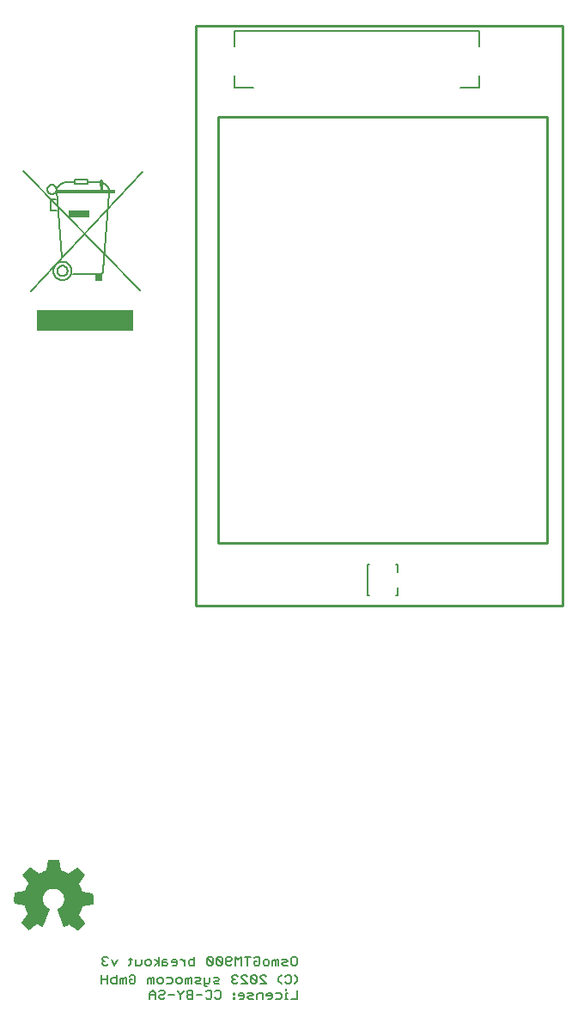
<source format=gbo>
G75*
%MOIN*%
%OFA0B0*%
%FSLAX25Y25*%
%IPPOS*%
%LPD*%
%AMOC8*
5,1,8,0,0,1.08239X$1,22.5*
%
%ADD10C,0.00600*%
%ADD11C,0.01000*%
%ADD12C,0.00500*%
%ADD13C,0.00787*%
%ADD14R,0.23130X0.01673*%
%ADD15R,0.07972X0.02756*%
%ADD16R,0.02756X0.02657*%
%ADD17R,0.37795X0.07874*%
%ADD18C,0.00200*%
D10*
X0053616Y0018637D02*
X0053616Y0021976D01*
X0053616Y0020307D02*
X0055842Y0020307D01*
X0057241Y0020307D02*
X0057241Y0019193D01*
X0057797Y0018637D01*
X0059467Y0018637D01*
X0059467Y0021976D01*
X0059467Y0020863D02*
X0057797Y0020863D01*
X0057241Y0020307D01*
X0055842Y0021976D02*
X0055842Y0018637D01*
X0060866Y0018637D02*
X0060866Y0020307D01*
X0061423Y0020863D01*
X0061979Y0020307D01*
X0061979Y0018637D01*
X0063092Y0018637D02*
X0063092Y0020863D01*
X0062536Y0020863D01*
X0061979Y0020307D01*
X0064491Y0020307D02*
X0064491Y0019193D01*
X0065048Y0018637D01*
X0066161Y0018637D01*
X0066718Y0019193D01*
X0066718Y0021420D01*
X0066161Y0021976D01*
X0065048Y0021976D01*
X0064491Y0021420D01*
X0064491Y0020307D02*
X0065604Y0020307D01*
X0064396Y0025731D02*
X0064953Y0026288D01*
X0064953Y0028514D01*
X0065509Y0027958D02*
X0064396Y0027958D01*
X0066908Y0027958D02*
X0066908Y0025731D01*
X0068578Y0025731D01*
X0069134Y0026288D01*
X0069134Y0027958D01*
X0070533Y0027401D02*
X0071090Y0027958D01*
X0072203Y0027958D01*
X0072759Y0027401D01*
X0072759Y0026288D01*
X0072203Y0025731D01*
X0071090Y0025731D01*
X0070533Y0026288D01*
X0070533Y0027401D01*
X0074110Y0027958D02*
X0075780Y0026844D01*
X0074110Y0025731D01*
X0075780Y0025731D02*
X0075780Y0029071D01*
X0077179Y0027401D02*
X0077736Y0027958D01*
X0078849Y0027958D01*
X0078849Y0026844D02*
X0077179Y0026844D01*
X0077179Y0027401D02*
X0077179Y0025731D01*
X0078849Y0025731D01*
X0079406Y0026288D01*
X0078849Y0026844D01*
X0080804Y0026844D02*
X0083031Y0026844D01*
X0083031Y0026288D02*
X0083031Y0027401D01*
X0082474Y0027958D01*
X0081361Y0027958D01*
X0080804Y0027401D01*
X0080804Y0026844D01*
X0081361Y0025731D02*
X0082474Y0025731D01*
X0083031Y0026288D01*
X0084382Y0027958D02*
X0084938Y0027958D01*
X0086052Y0026844D01*
X0086052Y0025731D02*
X0086052Y0027958D01*
X0087450Y0027401D02*
X0088007Y0027958D01*
X0089677Y0027958D01*
X0089677Y0029071D02*
X0089677Y0025731D01*
X0088007Y0025731D01*
X0087450Y0026288D01*
X0087450Y0027401D01*
X0087912Y0020863D02*
X0087355Y0020307D01*
X0086798Y0020863D01*
X0086242Y0020307D01*
X0086242Y0018637D01*
X0087355Y0018637D02*
X0087355Y0020307D01*
X0087912Y0020863D02*
X0088468Y0020863D01*
X0088468Y0018637D01*
X0089867Y0019193D02*
X0090424Y0019750D01*
X0091537Y0019750D01*
X0092094Y0020307D01*
X0091537Y0020863D01*
X0089867Y0020863D01*
X0089867Y0019193D02*
X0090424Y0018637D01*
X0092094Y0018637D01*
X0093492Y0018637D02*
X0095162Y0018637D01*
X0095719Y0019193D01*
X0095719Y0020863D01*
X0097117Y0020863D02*
X0098787Y0020863D01*
X0099344Y0020307D01*
X0098787Y0019750D01*
X0097674Y0019750D01*
X0097117Y0019193D01*
X0097674Y0018637D01*
X0099344Y0018637D01*
X0099391Y0016071D02*
X0099948Y0015514D01*
X0099948Y0013288D01*
X0099391Y0012731D01*
X0098278Y0012731D01*
X0097721Y0013288D01*
X0096323Y0013288D02*
X0095766Y0012731D01*
X0094653Y0012731D01*
X0094096Y0013288D01*
X0092698Y0014401D02*
X0090471Y0014401D01*
X0089073Y0014401D02*
X0087403Y0014401D01*
X0086846Y0013844D01*
X0086846Y0013288D01*
X0087403Y0012731D01*
X0089073Y0012731D01*
X0089073Y0016071D01*
X0087403Y0016071D01*
X0086846Y0015514D01*
X0086846Y0014958D01*
X0087403Y0014401D01*
X0085447Y0015514D02*
X0085447Y0016071D01*
X0085447Y0015514D02*
X0084334Y0014401D01*
X0084334Y0012731D01*
X0084334Y0014401D02*
X0083221Y0015514D01*
X0083221Y0016071D01*
X0081822Y0014401D02*
X0079596Y0014401D01*
X0078197Y0014958D02*
X0077641Y0014401D01*
X0076527Y0014401D01*
X0075971Y0013844D01*
X0075971Y0013288D01*
X0076527Y0012731D01*
X0077641Y0012731D01*
X0078197Y0013288D01*
X0078197Y0014958D02*
X0078197Y0015514D01*
X0077641Y0016071D01*
X0076527Y0016071D01*
X0075971Y0015514D01*
X0074572Y0014958D02*
X0073459Y0016071D01*
X0072345Y0014958D01*
X0072345Y0012731D01*
X0072345Y0014401D02*
X0074572Y0014401D01*
X0074572Y0014958D02*
X0074572Y0012731D01*
X0073968Y0018637D02*
X0073968Y0020863D01*
X0073411Y0020863D01*
X0072855Y0020307D01*
X0072298Y0020863D01*
X0071741Y0020307D01*
X0071741Y0018637D01*
X0072855Y0018637D02*
X0072855Y0020307D01*
X0075366Y0020307D02*
X0075366Y0019193D01*
X0075923Y0018637D01*
X0077036Y0018637D01*
X0077593Y0019193D01*
X0077593Y0020307D01*
X0077036Y0020863D01*
X0075923Y0020863D01*
X0075366Y0020307D01*
X0078992Y0020863D02*
X0080661Y0020863D01*
X0081218Y0020307D01*
X0081218Y0019193D01*
X0080661Y0018637D01*
X0078992Y0018637D01*
X0082617Y0019193D02*
X0082617Y0020307D01*
X0083173Y0020863D01*
X0084287Y0020863D01*
X0084843Y0020307D01*
X0084843Y0019193D01*
X0084287Y0018637D01*
X0083173Y0018637D01*
X0082617Y0019193D01*
X0093492Y0018080D02*
X0094049Y0017523D01*
X0094605Y0017523D01*
X0093492Y0018080D02*
X0093492Y0020863D01*
X0094653Y0016071D02*
X0095766Y0016071D01*
X0096323Y0015514D01*
X0096323Y0013288D01*
X0097721Y0015514D02*
X0098278Y0016071D01*
X0099391Y0016071D01*
X0104368Y0019193D02*
X0104924Y0018637D01*
X0106037Y0018637D01*
X0106594Y0019193D01*
X0107993Y0018637D02*
X0110219Y0018637D01*
X0107993Y0020863D01*
X0107993Y0021420D01*
X0108549Y0021976D01*
X0109663Y0021976D01*
X0110219Y0021420D01*
X0111618Y0021420D02*
X0111618Y0019193D01*
X0112174Y0018637D01*
X0113288Y0018637D01*
X0113844Y0019193D01*
X0111618Y0021420D01*
X0112174Y0021976D01*
X0113288Y0021976D01*
X0113844Y0021420D01*
X0113844Y0019193D01*
X0115243Y0018637D02*
X0117469Y0018637D01*
X0115243Y0020863D01*
X0115243Y0021420D01*
X0115800Y0021976D01*
X0116913Y0021976D01*
X0117469Y0021420D01*
X0117008Y0025731D02*
X0116451Y0026288D01*
X0116451Y0027401D01*
X0117008Y0027958D01*
X0118121Y0027958D01*
X0118678Y0027401D01*
X0118678Y0026288D01*
X0118121Y0025731D01*
X0117008Y0025731D01*
X0115053Y0026288D02*
X0115053Y0028514D01*
X0114496Y0029071D01*
X0113383Y0029071D01*
X0112826Y0028514D01*
X0112826Y0027401D02*
X0113939Y0027401D01*
X0112826Y0027401D02*
X0112826Y0026288D01*
X0113383Y0025731D01*
X0114496Y0025731D01*
X0115053Y0026288D01*
X0111428Y0029071D02*
X0109201Y0029071D01*
X0110314Y0029071D02*
X0110314Y0025731D01*
X0107802Y0025731D02*
X0107802Y0029071D01*
X0106689Y0027958D01*
X0105576Y0029071D01*
X0105576Y0025731D01*
X0104177Y0026288D02*
X0103621Y0025731D01*
X0102507Y0025731D01*
X0101951Y0026288D01*
X0101951Y0028514D01*
X0102507Y0029071D01*
X0103621Y0029071D01*
X0104177Y0028514D01*
X0104177Y0027958D01*
X0103621Y0027401D01*
X0101951Y0027401D01*
X0100552Y0026288D02*
X0100552Y0028514D01*
X0099996Y0029071D01*
X0098882Y0029071D01*
X0098326Y0028514D01*
X0100552Y0026288D01*
X0099996Y0025731D01*
X0098882Y0025731D01*
X0098326Y0026288D01*
X0098326Y0028514D01*
X0096927Y0028514D02*
X0096370Y0029071D01*
X0095257Y0029071D01*
X0094700Y0028514D01*
X0096927Y0026288D01*
X0096370Y0025731D01*
X0095257Y0025731D01*
X0094700Y0026288D01*
X0094700Y0028514D01*
X0096927Y0028514D02*
X0096927Y0026288D01*
X0104368Y0021420D02*
X0104368Y0020863D01*
X0104924Y0020307D01*
X0104368Y0019750D01*
X0104368Y0019193D01*
X0104924Y0020307D02*
X0105481Y0020307D01*
X0106594Y0021420D02*
X0106037Y0021976D01*
X0104924Y0021976D01*
X0104368Y0021420D01*
X0104829Y0014958D02*
X0104829Y0014401D01*
X0105386Y0014401D01*
X0105386Y0014958D01*
X0104829Y0014958D01*
X0104829Y0013288D02*
X0104829Y0012731D01*
X0105386Y0012731D01*
X0105386Y0013288D01*
X0104829Y0013288D01*
X0106784Y0013844D02*
X0109011Y0013844D01*
X0109011Y0013288D02*
X0109011Y0014401D01*
X0108454Y0014958D01*
X0107341Y0014958D01*
X0106784Y0014401D01*
X0106784Y0013844D01*
X0107341Y0012731D02*
X0108454Y0012731D01*
X0109011Y0013288D01*
X0110409Y0013288D02*
X0110966Y0013844D01*
X0112079Y0013844D01*
X0112636Y0014401D01*
X0112079Y0014958D01*
X0110409Y0014958D01*
X0110409Y0013288D02*
X0110966Y0012731D01*
X0112636Y0012731D01*
X0114035Y0012731D02*
X0114035Y0014401D01*
X0114591Y0014958D01*
X0116261Y0014958D01*
X0116261Y0012731D01*
X0117660Y0013844D02*
X0119886Y0013844D01*
X0119886Y0013288D02*
X0119886Y0014401D01*
X0119330Y0014958D01*
X0118216Y0014958D01*
X0117660Y0014401D01*
X0117660Y0013844D01*
X0118216Y0012731D02*
X0119330Y0012731D01*
X0119886Y0013288D01*
X0121285Y0012731D02*
X0122955Y0012731D01*
X0123511Y0013288D01*
X0123511Y0014401D01*
X0122955Y0014958D01*
X0121285Y0014958D01*
X0125371Y0014958D02*
X0125371Y0012731D01*
X0124815Y0012731D02*
X0125928Y0012731D01*
X0127327Y0012731D02*
X0129553Y0012731D01*
X0129553Y0016071D01*
X0128440Y0018637D02*
X0129553Y0019750D01*
X0129553Y0020863D01*
X0128440Y0021976D01*
X0127137Y0021420D02*
X0127137Y0019193D01*
X0126580Y0018637D01*
X0125467Y0018637D01*
X0124910Y0019193D01*
X0123511Y0018637D02*
X0122398Y0019750D01*
X0122398Y0020863D01*
X0123511Y0021976D01*
X0124910Y0021420D02*
X0125467Y0021976D01*
X0126580Y0021976D01*
X0127137Y0021420D01*
X0127883Y0025731D02*
X0127327Y0026288D01*
X0127327Y0028514D01*
X0127883Y0029071D01*
X0128997Y0029071D01*
X0129553Y0028514D01*
X0129553Y0026288D01*
X0128997Y0025731D01*
X0127883Y0025731D01*
X0125928Y0025731D02*
X0124258Y0025731D01*
X0123702Y0026288D01*
X0124258Y0026844D01*
X0125371Y0026844D01*
X0125928Y0027401D01*
X0125371Y0027958D01*
X0123702Y0027958D01*
X0122303Y0027958D02*
X0122303Y0025731D01*
X0121190Y0025731D02*
X0121190Y0027401D01*
X0120633Y0027958D01*
X0120076Y0027401D01*
X0120076Y0025731D01*
X0121190Y0027401D02*
X0121746Y0027958D01*
X0122303Y0027958D01*
X0125371Y0016628D02*
X0125371Y0016071D01*
X0125371Y0014958D02*
X0125928Y0014958D01*
X0094653Y0016071D02*
X0094096Y0015514D01*
X0059803Y0027958D02*
X0058690Y0025731D01*
X0057577Y0027958D01*
X0056178Y0028514D02*
X0055621Y0029071D01*
X0054508Y0029071D01*
X0053952Y0028514D01*
X0053952Y0027958D01*
X0054508Y0027401D01*
X0053952Y0026844D01*
X0053952Y0026288D01*
X0054508Y0025731D01*
X0055621Y0025731D01*
X0056178Y0026288D01*
X0055065Y0027401D02*
X0054508Y0027401D01*
X0105343Y0366291D02*
X0105343Y0370891D01*
X0105343Y0366291D02*
X0112443Y0366291D01*
X0105343Y0382291D02*
X0105343Y0388291D01*
X0200143Y0388291D01*
X0200143Y0382291D01*
X0200143Y0370891D02*
X0200143Y0366291D01*
X0193043Y0366291D01*
D11*
X0226493Y0354858D02*
X0226493Y0189504D01*
X0098885Y0189504D01*
X0098885Y0354858D01*
X0226493Y0354858D01*
X0232743Y0390291D02*
X0232743Y0165291D01*
X0090243Y0165291D01*
X0090243Y0390291D01*
X0232743Y0390291D01*
D12*
X0168649Y0181197D02*
X0168649Y0178441D01*
X0168649Y0181197D02*
X0167861Y0181197D01*
X0168649Y0172142D02*
X0168649Y0169386D01*
X0167861Y0169386D01*
X0157625Y0169386D02*
X0156838Y0169386D01*
X0156838Y0181197D01*
X0157625Y0181197D01*
D13*
X0068428Y0287673D02*
X0023152Y0334130D01*
X0032601Y0326846D02*
X0032603Y0326930D01*
X0032609Y0327013D01*
X0032619Y0327096D01*
X0032633Y0327179D01*
X0032650Y0327261D01*
X0032672Y0327342D01*
X0032697Y0327421D01*
X0032726Y0327500D01*
X0032759Y0327577D01*
X0032795Y0327652D01*
X0032835Y0327726D01*
X0032878Y0327798D01*
X0032925Y0327867D01*
X0032975Y0327934D01*
X0033028Y0327999D01*
X0033084Y0328061D01*
X0033142Y0328121D01*
X0033204Y0328178D01*
X0033268Y0328231D01*
X0033335Y0328282D01*
X0033404Y0328329D01*
X0033475Y0328374D01*
X0033548Y0328414D01*
X0033623Y0328451D01*
X0033700Y0328485D01*
X0033778Y0328515D01*
X0033857Y0328541D01*
X0033938Y0328564D01*
X0034020Y0328582D01*
X0034102Y0328597D01*
X0034185Y0328608D01*
X0034268Y0328615D01*
X0034352Y0328618D01*
X0034436Y0328617D01*
X0034519Y0328612D01*
X0034603Y0328603D01*
X0034685Y0328590D01*
X0034767Y0328574D01*
X0034848Y0328553D01*
X0034929Y0328529D01*
X0035007Y0328501D01*
X0035085Y0328469D01*
X0035161Y0328433D01*
X0035235Y0328394D01*
X0035307Y0328352D01*
X0035377Y0328306D01*
X0035445Y0328257D01*
X0035510Y0328205D01*
X0035573Y0328150D01*
X0035633Y0328092D01*
X0035691Y0328031D01*
X0035745Y0327967D01*
X0035797Y0327901D01*
X0035845Y0327833D01*
X0035890Y0327762D01*
X0035931Y0327689D01*
X0035970Y0327615D01*
X0036004Y0327539D01*
X0036035Y0327461D01*
X0036062Y0327382D01*
X0036086Y0327301D01*
X0036105Y0327220D01*
X0036121Y0327138D01*
X0036133Y0327055D01*
X0036141Y0326971D01*
X0036145Y0326888D01*
X0036145Y0326804D01*
X0036141Y0326721D01*
X0036133Y0326637D01*
X0036121Y0326554D01*
X0036105Y0326472D01*
X0036086Y0326391D01*
X0036062Y0326310D01*
X0036035Y0326231D01*
X0036004Y0326153D01*
X0035970Y0326077D01*
X0035931Y0326003D01*
X0035890Y0325930D01*
X0035845Y0325859D01*
X0035797Y0325791D01*
X0035745Y0325725D01*
X0035691Y0325661D01*
X0035633Y0325600D01*
X0035573Y0325542D01*
X0035510Y0325487D01*
X0035445Y0325435D01*
X0035377Y0325386D01*
X0035307Y0325340D01*
X0035235Y0325298D01*
X0035161Y0325259D01*
X0035085Y0325223D01*
X0035007Y0325191D01*
X0034929Y0325163D01*
X0034848Y0325139D01*
X0034767Y0325118D01*
X0034685Y0325102D01*
X0034603Y0325089D01*
X0034519Y0325080D01*
X0034436Y0325075D01*
X0034352Y0325074D01*
X0034268Y0325077D01*
X0034185Y0325084D01*
X0034102Y0325095D01*
X0034020Y0325110D01*
X0033938Y0325128D01*
X0033857Y0325151D01*
X0033778Y0325177D01*
X0033700Y0325207D01*
X0033623Y0325241D01*
X0033548Y0325278D01*
X0033475Y0325318D01*
X0033404Y0325363D01*
X0033335Y0325410D01*
X0033268Y0325461D01*
X0033204Y0325514D01*
X0033142Y0325571D01*
X0033084Y0325631D01*
X0033028Y0325693D01*
X0032975Y0325758D01*
X0032925Y0325825D01*
X0032878Y0325894D01*
X0032835Y0325966D01*
X0032795Y0326040D01*
X0032759Y0326115D01*
X0032726Y0326192D01*
X0032697Y0326271D01*
X0032672Y0326350D01*
X0032650Y0326431D01*
X0032633Y0326513D01*
X0032619Y0326596D01*
X0032609Y0326679D01*
X0032603Y0326762D01*
X0032601Y0326846D01*
X0033782Y0322811D02*
X0036046Y0322811D01*
X0033782Y0322811D02*
X0033782Y0318776D01*
X0036243Y0318776D01*
X0036538Y0327831D02*
X0036610Y0327928D01*
X0036684Y0328024D01*
X0036761Y0328117D01*
X0036841Y0328207D01*
X0036924Y0328296D01*
X0037010Y0328381D01*
X0037098Y0328464D01*
X0037188Y0328545D01*
X0037281Y0328622D01*
X0037376Y0328697D01*
X0037474Y0328768D01*
X0037573Y0328837D01*
X0037675Y0328902D01*
X0037779Y0328965D01*
X0037884Y0329024D01*
X0037991Y0329080D01*
X0038100Y0329133D01*
X0038211Y0329182D01*
X0038323Y0329228D01*
X0038436Y0329271D01*
X0038551Y0329310D01*
X0038666Y0329345D01*
X0038783Y0329377D01*
X0038900Y0329405D01*
X0036538Y0327831D02*
X0036488Y0327756D01*
X0036440Y0327679D01*
X0036396Y0327600D01*
X0036356Y0327520D01*
X0036318Y0327438D01*
X0036284Y0327354D01*
X0036254Y0327269D01*
X0036227Y0327183D01*
X0036204Y0327096D01*
X0036185Y0327008D01*
X0036169Y0326919D01*
X0036157Y0326830D01*
X0036149Y0326740D01*
X0036145Y0326650D01*
X0038113Y0300272D01*
X0036538Y0295252D02*
X0036540Y0295340D01*
X0036546Y0295428D01*
X0036556Y0295516D01*
X0036570Y0295604D01*
X0036587Y0295690D01*
X0036609Y0295776D01*
X0036634Y0295860D01*
X0036664Y0295944D01*
X0036696Y0296026D01*
X0036733Y0296106D01*
X0036773Y0296185D01*
X0036817Y0296262D01*
X0036864Y0296337D01*
X0036914Y0296409D01*
X0036968Y0296480D01*
X0037024Y0296547D01*
X0037084Y0296613D01*
X0037146Y0296675D01*
X0037212Y0296735D01*
X0037279Y0296791D01*
X0037350Y0296845D01*
X0037422Y0296895D01*
X0037497Y0296942D01*
X0037574Y0296986D01*
X0037653Y0297026D01*
X0037733Y0297063D01*
X0037815Y0297095D01*
X0037899Y0297125D01*
X0037983Y0297150D01*
X0038069Y0297172D01*
X0038155Y0297189D01*
X0038243Y0297203D01*
X0038331Y0297213D01*
X0038419Y0297219D01*
X0038507Y0297221D01*
X0038595Y0297219D01*
X0038683Y0297213D01*
X0038771Y0297203D01*
X0038859Y0297189D01*
X0038945Y0297172D01*
X0039031Y0297150D01*
X0039115Y0297125D01*
X0039199Y0297095D01*
X0039281Y0297063D01*
X0039361Y0297026D01*
X0039440Y0296986D01*
X0039517Y0296942D01*
X0039592Y0296895D01*
X0039664Y0296845D01*
X0039735Y0296791D01*
X0039802Y0296735D01*
X0039868Y0296675D01*
X0039930Y0296613D01*
X0039990Y0296547D01*
X0040046Y0296480D01*
X0040100Y0296409D01*
X0040150Y0296337D01*
X0040197Y0296262D01*
X0040241Y0296185D01*
X0040281Y0296106D01*
X0040318Y0296026D01*
X0040350Y0295944D01*
X0040380Y0295860D01*
X0040405Y0295776D01*
X0040427Y0295690D01*
X0040444Y0295604D01*
X0040458Y0295516D01*
X0040468Y0295428D01*
X0040474Y0295340D01*
X0040476Y0295252D01*
X0040474Y0295164D01*
X0040468Y0295076D01*
X0040458Y0294988D01*
X0040444Y0294900D01*
X0040427Y0294814D01*
X0040405Y0294728D01*
X0040380Y0294644D01*
X0040350Y0294560D01*
X0040318Y0294478D01*
X0040281Y0294398D01*
X0040241Y0294319D01*
X0040197Y0294242D01*
X0040150Y0294167D01*
X0040100Y0294095D01*
X0040046Y0294024D01*
X0039990Y0293957D01*
X0039930Y0293891D01*
X0039868Y0293829D01*
X0039802Y0293769D01*
X0039735Y0293713D01*
X0039664Y0293659D01*
X0039592Y0293609D01*
X0039517Y0293562D01*
X0039440Y0293518D01*
X0039361Y0293478D01*
X0039281Y0293441D01*
X0039199Y0293409D01*
X0039115Y0293379D01*
X0039031Y0293354D01*
X0038945Y0293332D01*
X0038859Y0293315D01*
X0038771Y0293301D01*
X0038683Y0293291D01*
X0038595Y0293285D01*
X0038507Y0293283D01*
X0038419Y0293285D01*
X0038331Y0293291D01*
X0038243Y0293301D01*
X0038155Y0293315D01*
X0038069Y0293332D01*
X0037983Y0293354D01*
X0037899Y0293379D01*
X0037815Y0293409D01*
X0037733Y0293441D01*
X0037653Y0293478D01*
X0037574Y0293518D01*
X0037497Y0293562D01*
X0037422Y0293609D01*
X0037350Y0293659D01*
X0037279Y0293713D01*
X0037212Y0293769D01*
X0037146Y0293829D01*
X0037084Y0293891D01*
X0037024Y0293957D01*
X0036968Y0294024D01*
X0036914Y0294095D01*
X0036864Y0294167D01*
X0036817Y0294242D01*
X0036773Y0294319D01*
X0036733Y0294398D01*
X0036696Y0294478D01*
X0036664Y0294560D01*
X0036634Y0294644D01*
X0036609Y0294728D01*
X0036587Y0294814D01*
X0036570Y0294900D01*
X0036556Y0294988D01*
X0036546Y0295076D01*
X0036540Y0295164D01*
X0036538Y0295252D01*
X0034959Y0295252D02*
X0034961Y0295371D01*
X0034967Y0295489D01*
X0034977Y0295607D01*
X0034991Y0295725D01*
X0035008Y0295842D01*
X0035030Y0295959D01*
X0035056Y0296074D01*
X0035085Y0296189D01*
X0035118Y0296303D01*
X0035155Y0296416D01*
X0035196Y0296527D01*
X0035241Y0296637D01*
X0035289Y0296745D01*
X0035340Y0296852D01*
X0035396Y0296957D01*
X0035454Y0297060D01*
X0035516Y0297161D01*
X0035582Y0297260D01*
X0035651Y0297357D01*
X0035723Y0297451D01*
X0035798Y0297543D01*
X0035876Y0297632D01*
X0035957Y0297719D01*
X0036040Y0297802D01*
X0036127Y0297883D01*
X0036216Y0297961D01*
X0036308Y0298036D01*
X0036402Y0298108D01*
X0036499Y0298177D01*
X0036598Y0298243D01*
X0036699Y0298305D01*
X0036802Y0298363D01*
X0036907Y0298419D01*
X0037014Y0298470D01*
X0037122Y0298518D01*
X0037232Y0298563D01*
X0037343Y0298604D01*
X0037456Y0298641D01*
X0037570Y0298674D01*
X0037685Y0298703D01*
X0037800Y0298729D01*
X0037917Y0298751D01*
X0038034Y0298768D01*
X0038152Y0298782D01*
X0038270Y0298792D01*
X0038388Y0298798D01*
X0038507Y0298800D01*
X0038626Y0298798D01*
X0038744Y0298792D01*
X0038862Y0298782D01*
X0038980Y0298768D01*
X0039097Y0298751D01*
X0039214Y0298729D01*
X0039329Y0298703D01*
X0039444Y0298674D01*
X0039558Y0298641D01*
X0039671Y0298604D01*
X0039782Y0298563D01*
X0039892Y0298518D01*
X0040000Y0298470D01*
X0040107Y0298419D01*
X0040212Y0298363D01*
X0040315Y0298305D01*
X0040416Y0298243D01*
X0040515Y0298177D01*
X0040612Y0298108D01*
X0040706Y0298036D01*
X0040798Y0297961D01*
X0040887Y0297883D01*
X0040974Y0297802D01*
X0041057Y0297719D01*
X0041138Y0297632D01*
X0041216Y0297543D01*
X0041291Y0297451D01*
X0041363Y0297357D01*
X0041432Y0297260D01*
X0041498Y0297161D01*
X0041560Y0297060D01*
X0041618Y0296957D01*
X0041674Y0296852D01*
X0041725Y0296745D01*
X0041773Y0296637D01*
X0041818Y0296527D01*
X0041859Y0296416D01*
X0041896Y0296303D01*
X0041929Y0296189D01*
X0041958Y0296074D01*
X0041984Y0295959D01*
X0042006Y0295842D01*
X0042023Y0295725D01*
X0042037Y0295607D01*
X0042047Y0295489D01*
X0042053Y0295371D01*
X0042055Y0295252D01*
X0042053Y0295133D01*
X0042047Y0295015D01*
X0042037Y0294897D01*
X0042023Y0294779D01*
X0042006Y0294662D01*
X0041984Y0294545D01*
X0041958Y0294430D01*
X0041929Y0294315D01*
X0041896Y0294201D01*
X0041859Y0294088D01*
X0041818Y0293977D01*
X0041773Y0293867D01*
X0041725Y0293759D01*
X0041674Y0293652D01*
X0041618Y0293547D01*
X0041560Y0293444D01*
X0041498Y0293343D01*
X0041432Y0293244D01*
X0041363Y0293147D01*
X0041291Y0293053D01*
X0041216Y0292961D01*
X0041138Y0292872D01*
X0041057Y0292785D01*
X0040974Y0292702D01*
X0040887Y0292621D01*
X0040798Y0292543D01*
X0040706Y0292468D01*
X0040612Y0292396D01*
X0040515Y0292327D01*
X0040416Y0292261D01*
X0040315Y0292199D01*
X0040212Y0292141D01*
X0040107Y0292085D01*
X0040000Y0292034D01*
X0039892Y0291986D01*
X0039782Y0291941D01*
X0039671Y0291900D01*
X0039558Y0291863D01*
X0039444Y0291830D01*
X0039329Y0291801D01*
X0039214Y0291775D01*
X0039097Y0291753D01*
X0038980Y0291736D01*
X0038862Y0291722D01*
X0038744Y0291712D01*
X0038626Y0291706D01*
X0038507Y0291704D01*
X0038388Y0291706D01*
X0038270Y0291712D01*
X0038152Y0291722D01*
X0038034Y0291736D01*
X0037917Y0291753D01*
X0037800Y0291775D01*
X0037685Y0291801D01*
X0037570Y0291830D01*
X0037456Y0291863D01*
X0037343Y0291900D01*
X0037232Y0291941D01*
X0037122Y0291986D01*
X0037014Y0292034D01*
X0036907Y0292085D01*
X0036802Y0292141D01*
X0036699Y0292199D01*
X0036598Y0292261D01*
X0036499Y0292327D01*
X0036402Y0292396D01*
X0036308Y0292468D01*
X0036216Y0292543D01*
X0036127Y0292621D01*
X0036040Y0292702D01*
X0035957Y0292785D01*
X0035876Y0292872D01*
X0035798Y0292961D01*
X0035723Y0293053D01*
X0035651Y0293147D01*
X0035582Y0293244D01*
X0035516Y0293343D01*
X0035454Y0293444D01*
X0035396Y0293547D01*
X0035340Y0293652D01*
X0035289Y0293759D01*
X0035241Y0293867D01*
X0035196Y0293977D01*
X0035155Y0294088D01*
X0035118Y0294201D01*
X0035085Y0294315D01*
X0035056Y0294430D01*
X0035030Y0294545D01*
X0035008Y0294662D01*
X0034991Y0294779D01*
X0034977Y0294897D01*
X0034967Y0295015D01*
X0034961Y0295133D01*
X0034959Y0295252D01*
X0042444Y0293972D02*
X0053074Y0293972D01*
X0053074Y0293973D02*
X0053140Y0293975D01*
X0053206Y0293980D01*
X0053272Y0293990D01*
X0053337Y0294003D01*
X0053401Y0294019D01*
X0053464Y0294039D01*
X0053526Y0294063D01*
X0053586Y0294090D01*
X0053645Y0294120D01*
X0053702Y0294154D01*
X0053757Y0294191D01*
X0053810Y0294231D01*
X0053861Y0294273D01*
X0053909Y0294319D01*
X0053955Y0294367D01*
X0053997Y0294418D01*
X0054037Y0294471D01*
X0054074Y0294526D01*
X0054108Y0294583D01*
X0054138Y0294642D01*
X0054165Y0294702D01*
X0054189Y0294764D01*
X0054209Y0294827D01*
X0054225Y0294891D01*
X0054238Y0294956D01*
X0054248Y0295022D01*
X0054253Y0295088D01*
X0054255Y0295154D01*
X0056617Y0325469D01*
X0056617Y0326256D01*
X0053861Y0326256D02*
X0054058Y0329799D01*
X0054060Y0329838D01*
X0054058Y0329878D01*
X0054053Y0329916D01*
X0054044Y0329954D01*
X0054031Y0329991D01*
X0054015Y0330027D01*
X0053995Y0330061D01*
X0053972Y0330092D01*
X0053946Y0330121D01*
X0053917Y0330148D01*
X0053885Y0330171D01*
X0053852Y0330192D01*
X0053817Y0330208D01*
X0053780Y0330222D01*
X0053742Y0330231D01*
X0053703Y0330237D01*
X0053664Y0330239D01*
X0053625Y0330237D01*
X0053586Y0330231D01*
X0053548Y0330222D01*
X0053511Y0330208D01*
X0053476Y0330192D01*
X0053443Y0330171D01*
X0053411Y0330148D01*
X0053382Y0330121D01*
X0053356Y0330092D01*
X0053333Y0330061D01*
X0053313Y0330027D01*
X0053297Y0329991D01*
X0053284Y0329954D01*
X0053275Y0329916D01*
X0053270Y0329878D01*
X0053268Y0329838D01*
X0053270Y0329799D01*
X0053271Y0329799D02*
X0053467Y0326256D01*
X0053861Y0326256D01*
X0056617Y0326256D02*
X0056615Y0326361D01*
X0056609Y0326466D01*
X0056600Y0326571D01*
X0056587Y0326676D01*
X0056570Y0326780D01*
X0056550Y0326883D01*
X0056525Y0326986D01*
X0056498Y0327087D01*
X0056466Y0327188D01*
X0056431Y0327287D01*
X0056393Y0327385D01*
X0056351Y0327482D01*
X0056305Y0327577D01*
X0056256Y0327670D01*
X0056204Y0327762D01*
X0056149Y0327851D01*
X0056091Y0327939D01*
X0056029Y0328024D01*
X0055965Y0328107D01*
X0055897Y0328188D01*
X0055827Y0328267D01*
X0055754Y0328342D01*
X0055678Y0328416D01*
X0055600Y0328486D01*
X0055519Y0328554D01*
X0055436Y0328618D01*
X0055435Y0328618D02*
X0055333Y0328692D01*
X0055229Y0328763D01*
X0055122Y0328830D01*
X0055014Y0328895D01*
X0054903Y0328956D01*
X0054791Y0329013D01*
X0054677Y0329067D01*
X0054562Y0329118D01*
X0054444Y0329164D01*
X0054326Y0329208D01*
X0054206Y0329247D01*
X0054085Y0329283D01*
X0053963Y0329315D01*
X0053840Y0329343D01*
X0053716Y0329368D01*
X0053592Y0329388D01*
X0053467Y0329405D01*
X0048349Y0329012D02*
X0048349Y0329799D01*
X0048349Y0330587D01*
X0043231Y0330587D01*
X0043231Y0329012D01*
X0048349Y0329012D01*
X0042838Y0329799D02*
X0042444Y0329799D01*
X0042087Y0329795D01*
X0041730Y0329783D01*
X0041373Y0329763D01*
X0041017Y0329736D01*
X0040661Y0329700D01*
X0040307Y0329657D01*
X0039953Y0329606D01*
X0039601Y0329547D01*
X0039250Y0329480D01*
X0038901Y0329405D01*
X0069609Y0333736D02*
X0026302Y0287280D01*
X0048349Y0329799D02*
X0049632Y0329740D01*
X0050912Y0329654D01*
X0052191Y0329543D01*
X0053468Y0329405D01*
D14*
X0047611Y0326010D03*
D15*
X0044954Y0317201D03*
D16*
X0052483Y0292644D03*
D17*
X0047168Y0275862D03*
D18*
X0024493Y0040441D02*
X0025193Y0039741D01*
X0028493Y0042141D01*
X0029193Y0041741D01*
X0029893Y0041341D01*
X0030593Y0040941D01*
X0033193Y0047641D01*
X0032488Y0047999D01*
X0031862Y0048483D01*
X0031338Y0049075D01*
X0030934Y0049755D01*
X0030665Y0050499D01*
X0030540Y0051280D01*
X0030564Y0052071D01*
X0030735Y0052843D01*
X0031049Y0053569D01*
X0031493Y0054223D01*
X0032051Y0054783D01*
X0032705Y0055228D01*
X0033431Y0055543D01*
X0034202Y0055716D01*
X0034993Y0055741D01*
X0035770Y0055679D01*
X0036523Y0055474D01*
X0037224Y0055133D01*
X0037849Y0054667D01*
X0038377Y0054093D01*
X0038789Y0053431D01*
X0039071Y0052704D01*
X0039213Y0051937D01*
X0039210Y0051158D01*
X0039062Y0050392D01*
X0038775Y0049667D01*
X0038358Y0049008D01*
X0037825Y0048439D01*
X0037197Y0047978D01*
X0036493Y0047641D01*
X0038893Y0040841D01*
X0039493Y0041141D01*
X0040193Y0041441D01*
X0040893Y0041841D01*
X0044293Y0039541D01*
X0044893Y0040041D01*
X0045593Y0040741D01*
X0046293Y0041441D01*
X0046893Y0042141D01*
X0044493Y0045341D01*
X0044893Y0046141D01*
X0045293Y0047041D01*
X0045693Y0048041D01*
X0045893Y0049041D01*
X0050093Y0049741D01*
X0050093Y0052341D01*
X0049993Y0053541D01*
X0045993Y0054141D01*
X0045693Y0054941D01*
X0045393Y0055741D01*
X0044993Y0056641D01*
X0044493Y0057541D01*
X0046793Y0060941D01*
X0046193Y0061641D01*
X0045493Y0062341D01*
X0044793Y0063041D01*
X0044093Y0063641D01*
X0040693Y0061241D01*
X0039493Y0061841D01*
X0038693Y0062241D01*
X0037593Y0062541D01*
X0036793Y0066641D01*
X0032993Y0066641D01*
X0032393Y0062541D01*
X0031693Y0062341D01*
X0030993Y0062141D01*
X0030193Y0061741D01*
X0029293Y0061341D01*
X0025893Y0063741D01*
X0025093Y0063041D01*
X0024293Y0062341D01*
X0023593Y0061641D01*
X0022993Y0060941D01*
X0025493Y0057741D01*
X0024993Y0056941D01*
X0024593Y0056241D01*
X0024393Y0055641D01*
X0023993Y0054541D01*
X0019893Y0053841D01*
X0019793Y0052841D01*
X0019693Y0052041D01*
X0019693Y0051141D01*
X0019793Y0050041D01*
X0023793Y0049341D01*
X0023993Y0048641D01*
X0024293Y0047741D01*
X0024593Y0046841D01*
X0025093Y0046041D01*
X0022693Y0042441D01*
X0023293Y0041741D01*
X0023893Y0041041D01*
X0024493Y0040441D01*
X0024441Y0040494D02*
X0026228Y0040494D01*
X0026501Y0040692D02*
X0024242Y0040692D01*
X0024044Y0040891D02*
X0026774Y0040891D01*
X0027047Y0041089D02*
X0023852Y0041089D01*
X0023682Y0041288D02*
X0027319Y0041288D01*
X0027592Y0041486D02*
X0023512Y0041486D01*
X0023341Y0041685D02*
X0027865Y0041685D01*
X0028138Y0041883D02*
X0023171Y0041883D01*
X0023001Y0042082D02*
X0028411Y0042082D01*
X0028597Y0042082D02*
X0031036Y0042082D01*
X0031113Y0042280D02*
X0022831Y0042280D01*
X0022718Y0042479D02*
X0031190Y0042479D01*
X0031267Y0042677D02*
X0022850Y0042677D01*
X0022983Y0042876D02*
X0031344Y0042876D01*
X0031421Y0043074D02*
X0023115Y0043074D01*
X0023247Y0043273D02*
X0031498Y0043273D01*
X0031575Y0043471D02*
X0023380Y0043471D01*
X0023512Y0043670D02*
X0031652Y0043670D01*
X0031729Y0043868D02*
X0023644Y0043868D01*
X0023777Y0044067D02*
X0031806Y0044067D01*
X0031883Y0044266D02*
X0023909Y0044266D01*
X0024041Y0044464D02*
X0031960Y0044464D01*
X0032037Y0044663D02*
X0024174Y0044663D01*
X0024306Y0044861D02*
X0032114Y0044861D01*
X0032191Y0045060D02*
X0024439Y0045060D01*
X0024571Y0045258D02*
X0032268Y0045258D01*
X0032345Y0045457D02*
X0024703Y0045457D01*
X0024836Y0045655D02*
X0032422Y0045655D01*
X0032499Y0045854D02*
X0024968Y0045854D01*
X0025086Y0046052D02*
X0032576Y0046052D01*
X0032653Y0046251D02*
X0024962Y0046251D01*
X0024838Y0046449D02*
X0032730Y0046449D01*
X0032807Y0046648D02*
X0024714Y0046648D01*
X0024591Y0046846D02*
X0032884Y0046846D01*
X0032961Y0047045D02*
X0024525Y0047045D01*
X0024459Y0047243D02*
X0033039Y0047243D01*
X0033116Y0047442D02*
X0024393Y0047442D01*
X0024327Y0047640D02*
X0033193Y0047640D01*
X0032804Y0047839D02*
X0024261Y0047839D01*
X0024194Y0048037D02*
X0032438Y0048037D01*
X0032181Y0048236D02*
X0024128Y0048236D01*
X0024062Y0048434D02*
X0031924Y0048434D01*
X0031729Y0048633D02*
X0023996Y0048633D01*
X0023939Y0048831D02*
X0031553Y0048831D01*
X0031378Y0049030D02*
X0023882Y0049030D01*
X0023825Y0049228D02*
X0031247Y0049228D01*
X0031129Y0049427D02*
X0023305Y0049427D01*
X0022170Y0049625D02*
X0031011Y0049625D01*
X0030909Y0049824D02*
X0021036Y0049824D01*
X0019902Y0050022D02*
X0030837Y0050022D01*
X0030765Y0050221D02*
X0019777Y0050221D01*
X0019759Y0050419D02*
X0030694Y0050419D01*
X0030646Y0050618D02*
X0019741Y0050618D01*
X0019723Y0050816D02*
X0030614Y0050816D01*
X0030582Y0051015D02*
X0019705Y0051015D01*
X0019693Y0051213D02*
X0030551Y0051213D01*
X0030544Y0051412D02*
X0019693Y0051412D01*
X0019693Y0051610D02*
X0030550Y0051610D01*
X0030556Y0051809D02*
X0019693Y0051809D01*
X0019693Y0052007D02*
X0030562Y0052007D01*
X0030594Y0052206D02*
X0019714Y0052206D01*
X0019738Y0052404D02*
X0030638Y0052404D01*
X0030682Y0052603D02*
X0019763Y0052603D01*
X0019788Y0052801D02*
X0030726Y0052801D01*
X0030803Y0053000D02*
X0019809Y0053000D01*
X0019829Y0053199D02*
X0030889Y0053199D01*
X0030974Y0053397D02*
X0019849Y0053397D01*
X0019868Y0053596D02*
X0031067Y0053596D01*
X0031201Y0053794D02*
X0019888Y0053794D01*
X0020779Y0053993D02*
X0031336Y0053993D01*
X0031471Y0054191D02*
X0021941Y0054191D01*
X0023104Y0054390D02*
X0031658Y0054390D01*
X0031856Y0054588D02*
X0024010Y0054588D01*
X0024082Y0054787D02*
X0032056Y0054787D01*
X0032348Y0054985D02*
X0024154Y0054985D01*
X0024227Y0055184D02*
X0032639Y0055184D01*
X0033060Y0055382D02*
X0024299Y0055382D01*
X0024371Y0055581D02*
X0033598Y0055581D01*
X0036132Y0055581D02*
X0045453Y0055581D01*
X0045528Y0055382D02*
X0036711Y0055382D01*
X0037119Y0055184D02*
X0045602Y0055184D01*
X0045677Y0054985D02*
X0037422Y0054985D01*
X0037688Y0054787D02*
X0045751Y0054787D01*
X0045826Y0054588D02*
X0037921Y0054588D01*
X0038104Y0054390D02*
X0045900Y0054390D01*
X0045974Y0054191D02*
X0038287Y0054191D01*
X0038439Y0053993D02*
X0046985Y0053993D01*
X0048308Y0053794D02*
X0038563Y0053794D01*
X0038687Y0053596D02*
X0049632Y0053596D01*
X0050005Y0053397D02*
X0038802Y0053397D01*
X0038879Y0053199D02*
X0050022Y0053199D01*
X0050038Y0053000D02*
X0038956Y0053000D01*
X0039033Y0052801D02*
X0050055Y0052801D01*
X0050071Y0052603D02*
X0039090Y0052603D01*
X0039126Y0052404D02*
X0050088Y0052404D01*
X0050093Y0052206D02*
X0039163Y0052206D01*
X0039200Y0052007D02*
X0050093Y0052007D01*
X0050093Y0051809D02*
X0039212Y0051809D01*
X0039212Y0051610D02*
X0050093Y0051610D01*
X0050093Y0051412D02*
X0039211Y0051412D01*
X0039210Y0051213D02*
X0050093Y0051213D01*
X0050093Y0051015D02*
X0039182Y0051015D01*
X0039144Y0050816D02*
X0050093Y0050816D01*
X0050093Y0050618D02*
X0039106Y0050618D01*
X0039068Y0050419D02*
X0050093Y0050419D01*
X0050093Y0050221D02*
X0038994Y0050221D01*
X0038916Y0050022D02*
X0050093Y0050022D01*
X0050093Y0049824D02*
X0038837Y0049824D01*
X0038748Y0049625D02*
X0049397Y0049625D01*
X0048206Y0049427D02*
X0038623Y0049427D01*
X0038497Y0049228D02*
X0047015Y0049228D01*
X0045891Y0049030D02*
X0038371Y0049030D01*
X0038192Y0048831D02*
X0045851Y0048831D01*
X0045811Y0048633D02*
X0038007Y0048633D01*
X0037820Y0048434D02*
X0045772Y0048434D01*
X0045732Y0048236D02*
X0037549Y0048236D01*
X0037278Y0048037D02*
X0045691Y0048037D01*
X0045612Y0047839D02*
X0036906Y0047839D01*
X0036493Y0047640D02*
X0045533Y0047640D01*
X0045453Y0047442D02*
X0036564Y0047442D01*
X0036634Y0047243D02*
X0045374Y0047243D01*
X0045294Y0047045D02*
X0036704Y0047045D01*
X0036774Y0046846D02*
X0045206Y0046846D01*
X0045118Y0046648D02*
X0036844Y0046648D01*
X0036914Y0046449D02*
X0045030Y0046449D01*
X0044942Y0046251D02*
X0036984Y0046251D01*
X0037054Y0046052D02*
X0044848Y0046052D01*
X0044749Y0045854D02*
X0037124Y0045854D01*
X0037194Y0045655D02*
X0044650Y0045655D01*
X0044551Y0045457D02*
X0037264Y0045457D01*
X0037334Y0045258D02*
X0044555Y0045258D01*
X0044704Y0045060D02*
X0037404Y0045060D01*
X0037474Y0044861D02*
X0044853Y0044861D01*
X0045002Y0044663D02*
X0037544Y0044663D01*
X0037614Y0044464D02*
X0045151Y0044464D01*
X0045300Y0044266D02*
X0037685Y0044266D01*
X0037755Y0044067D02*
X0045449Y0044067D01*
X0045598Y0043868D02*
X0037825Y0043868D01*
X0037895Y0043670D02*
X0045747Y0043670D01*
X0045895Y0043471D02*
X0037965Y0043471D01*
X0038035Y0043273D02*
X0046044Y0043273D01*
X0046193Y0043074D02*
X0038105Y0043074D01*
X0038175Y0042876D02*
X0046342Y0042876D01*
X0046491Y0042677D02*
X0038245Y0042677D01*
X0038315Y0042479D02*
X0046640Y0042479D01*
X0046789Y0042280D02*
X0038385Y0042280D01*
X0038455Y0042082D02*
X0046842Y0042082D01*
X0046672Y0041883D02*
X0038525Y0041883D01*
X0038595Y0041685D02*
X0040619Y0041685D01*
X0040272Y0041486D02*
X0038665Y0041486D01*
X0038735Y0041288D02*
X0039835Y0041288D01*
X0039389Y0041089D02*
X0038806Y0041089D01*
X0038876Y0040891D02*
X0038992Y0040891D01*
X0041124Y0041685D02*
X0046502Y0041685D01*
X0046332Y0041486D02*
X0041418Y0041486D01*
X0041711Y0041288D02*
X0046140Y0041288D01*
X0045941Y0041089D02*
X0042005Y0041089D01*
X0042298Y0040891D02*
X0045743Y0040891D01*
X0045544Y0040692D02*
X0042592Y0040692D01*
X0042885Y0040494D02*
X0045345Y0040494D01*
X0045147Y0040295D02*
X0043179Y0040295D01*
X0043472Y0040097D02*
X0044948Y0040097D01*
X0044721Y0039898D02*
X0043765Y0039898D01*
X0044059Y0039700D02*
X0044483Y0039700D01*
X0030959Y0041883D02*
X0028944Y0041883D01*
X0029292Y0041685D02*
X0030882Y0041685D01*
X0030805Y0041486D02*
X0029639Y0041486D01*
X0029987Y0041288D02*
X0030727Y0041288D01*
X0030650Y0041089D02*
X0030334Y0041089D01*
X0025955Y0040295D02*
X0024639Y0040295D01*
X0024838Y0040097D02*
X0025682Y0040097D01*
X0025409Y0039898D02*
X0025036Y0039898D01*
X0024439Y0055779D02*
X0045376Y0055779D01*
X0045288Y0055978D02*
X0024505Y0055978D01*
X0024571Y0056176D02*
X0045200Y0056176D01*
X0045112Y0056375D02*
X0024669Y0056375D01*
X0024783Y0056573D02*
X0045023Y0056573D01*
X0044921Y0056772D02*
X0024896Y0056772D01*
X0025011Y0056970D02*
X0044810Y0056970D01*
X0044700Y0057169D02*
X0025135Y0057169D01*
X0025259Y0057367D02*
X0044590Y0057367D01*
X0044510Y0057566D02*
X0025383Y0057566D01*
X0025475Y0057764D02*
X0044644Y0057764D01*
X0044778Y0057963D02*
X0025320Y0057963D01*
X0025165Y0058161D02*
X0044912Y0058161D01*
X0045047Y0058360D02*
X0025010Y0058360D01*
X0024855Y0058558D02*
X0045181Y0058558D01*
X0045315Y0058757D02*
X0024700Y0058757D01*
X0024545Y0058955D02*
X0045450Y0058955D01*
X0045584Y0059154D02*
X0024390Y0059154D01*
X0024234Y0059352D02*
X0045718Y0059352D01*
X0045852Y0059551D02*
X0024079Y0059551D01*
X0023924Y0059749D02*
X0045987Y0059749D01*
X0046121Y0059948D02*
X0023769Y0059948D01*
X0023614Y0060146D02*
X0046255Y0060146D01*
X0046390Y0060345D02*
X0023459Y0060345D01*
X0023304Y0060543D02*
X0046524Y0060543D01*
X0046658Y0060742D02*
X0023149Y0060742D01*
X0022994Y0060940D02*
X0046792Y0060940D01*
X0046624Y0061139D02*
X0023162Y0061139D01*
X0023333Y0061337D02*
X0040501Y0061337D01*
X0040829Y0061337D02*
X0046453Y0061337D01*
X0046283Y0061536D02*
X0041110Y0061536D01*
X0041392Y0061734D02*
X0046100Y0061734D01*
X0045901Y0061933D02*
X0041673Y0061933D01*
X0041954Y0062132D02*
X0045703Y0062132D01*
X0045504Y0062330D02*
X0042235Y0062330D01*
X0042517Y0062529D02*
X0045306Y0062529D01*
X0045107Y0062727D02*
X0042798Y0062727D01*
X0043079Y0062926D02*
X0044909Y0062926D01*
X0044697Y0063124D02*
X0043360Y0063124D01*
X0043641Y0063323D02*
X0044465Y0063323D01*
X0044233Y0063521D02*
X0043923Y0063521D01*
X0040104Y0061536D02*
X0029731Y0061536D01*
X0030178Y0061734D02*
X0039707Y0061734D01*
X0039310Y0061933D02*
X0030576Y0061933D01*
X0030973Y0062132D02*
X0038913Y0062132D01*
X0038368Y0062330D02*
X0031653Y0062330D01*
X0032348Y0062529D02*
X0037640Y0062529D01*
X0037557Y0062727D02*
X0032420Y0062727D01*
X0032449Y0062926D02*
X0037518Y0062926D01*
X0037479Y0063124D02*
X0032478Y0063124D01*
X0032507Y0063323D02*
X0037441Y0063323D01*
X0037402Y0063521D02*
X0032536Y0063521D01*
X0032565Y0063720D02*
X0037363Y0063720D01*
X0037324Y0063918D02*
X0032595Y0063918D01*
X0032624Y0064117D02*
X0037286Y0064117D01*
X0037247Y0064315D02*
X0032653Y0064315D01*
X0032682Y0064514D02*
X0037208Y0064514D01*
X0037169Y0064712D02*
X0032711Y0064712D01*
X0032740Y0064911D02*
X0037131Y0064911D01*
X0037092Y0065109D02*
X0032769Y0065109D01*
X0032798Y0065308D02*
X0037053Y0065308D01*
X0037015Y0065506D02*
X0032827Y0065506D01*
X0032856Y0065705D02*
X0036976Y0065705D01*
X0036937Y0065903D02*
X0032885Y0065903D01*
X0032914Y0066102D02*
X0036898Y0066102D01*
X0036860Y0066300D02*
X0032943Y0066300D01*
X0032972Y0066499D02*
X0036821Y0066499D01*
X0029017Y0061536D02*
X0023503Y0061536D01*
X0023686Y0061734D02*
X0028736Y0061734D01*
X0028455Y0061933D02*
X0023885Y0061933D01*
X0024083Y0062132D02*
X0028174Y0062132D01*
X0027892Y0062330D02*
X0024282Y0062330D01*
X0024507Y0062529D02*
X0027611Y0062529D01*
X0027330Y0062727D02*
X0024734Y0062727D01*
X0024961Y0062926D02*
X0027049Y0062926D01*
X0026767Y0063124D02*
X0025188Y0063124D01*
X0025414Y0063323D02*
X0026486Y0063323D01*
X0026205Y0063521D02*
X0025641Y0063521D01*
X0025868Y0063720D02*
X0025924Y0063720D01*
M02*

</source>
